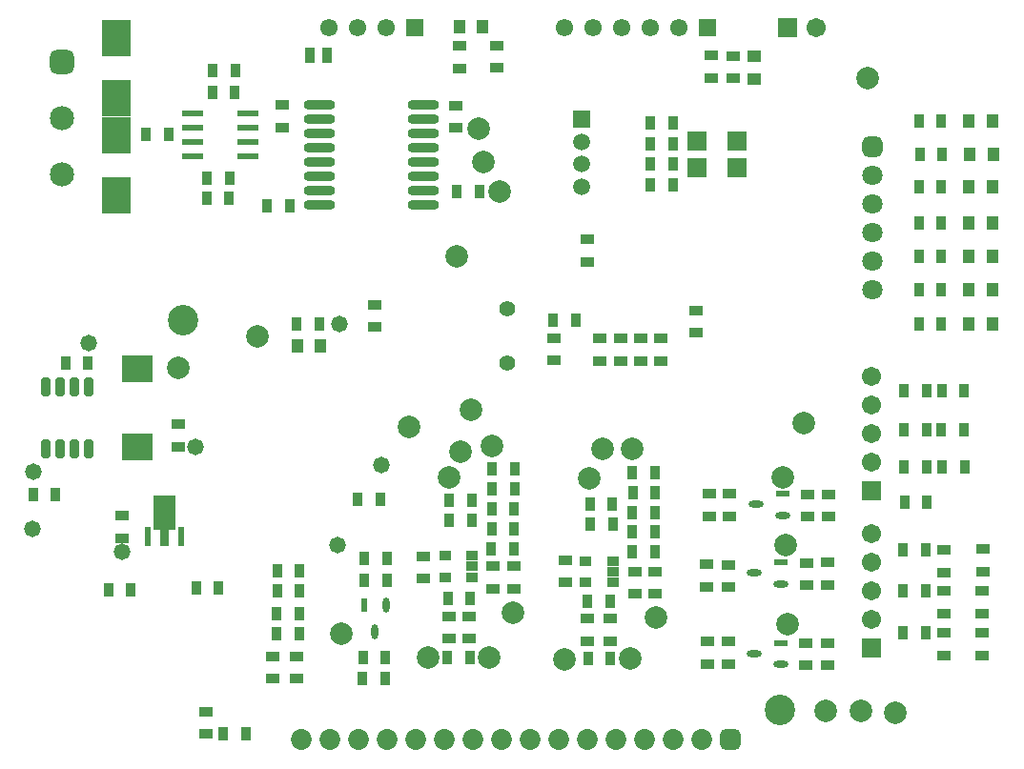
<source format=gbr>
%TF.GenerationSoftware,Altium Limited,Altium Designer,24.7.2 (38)*%
G04 Layer_Color=16711935*
%FSLAX45Y45*%
%MOMM*%
%TF.SameCoordinates,313A2AA4-CFAA-4B56-AAC7-ADE98D6BBF51*%
%TF.FilePolarity,Negative*%
%TF.FileFunction,Soldermask,Bot*%
%TF.Part,Single*%
G01*
G75*
%TA.AperFunction,ComponentPad*%
%ADD33R,1.55000X1.55000*%
%ADD34C,1.55000*%
%TA.AperFunction,SMDPad,CuDef*%
%ADD45R,0.58000X1.73000*%
%ADD46C,1.73970*%
%ADD47R,1.10000X1.20000*%
%ADD49R,1.20000X1.10000*%
%ADD50R,1.30822X0.61583*%
G04:AMPARAMS|DCode=51|XSize=1.30822mm|YSize=0.61583mm|CornerRadius=0.30791mm|HoleSize=0mm|Usage=FLASHONLY|Rotation=180.000|XOffset=0mm|YOffset=0mm|HoleType=Round|Shape=RoundedRectangle|*
%AMROUNDEDRECTD51*
21,1,1.30822,0.00000,0,0,180.0*
21,1,0.69239,0.61583,0,0,180.0*
1,1,0.61583,-0.34620,0.00000*
1,1,0.61583,0.34620,0.00000*
1,1,0.61583,0.34620,0.00000*
1,1,0.61583,-0.34620,0.00000*
%
%ADD51ROUNDEDRECTD51*%
%ADD52R,0.61583X1.30822*%
G04:AMPARAMS|DCode=53|XSize=1.30822mm|YSize=0.61583mm|CornerRadius=0.30791mm|HoleSize=0mm|Usage=FLASHONLY|Rotation=270.000|XOffset=0mm|YOffset=0mm|HoleType=Round|Shape=RoundedRectangle|*
%AMROUNDEDRECTD53*
21,1,1.30822,0.00000,0,0,270.0*
21,1,0.69239,0.61583,0,0,270.0*
1,1,0.61583,0.00000,-0.34620*
1,1,0.61583,0.00000,0.34620*
1,1,0.61583,0.00000,0.34620*
1,1,0.61583,0.00000,-0.34620*
%
%ADD53ROUNDEDRECTD53*%
%ADD56R,1.98000X0.53000*%
%ADD57R,0.95000X1.35000*%
%TA.AperFunction,ComponentPad*%
%ADD75C,1.80320*%
G04:AMPARAMS|DCode=76|XSize=1.8032mm|YSize=1.8032mm|CornerRadius=0.5016mm|HoleSize=0mm|Usage=FLASHONLY|Rotation=270.000|XOffset=0mm|YOffset=0mm|HoleType=Round|Shape=RoundedRectangle|*
%AMROUNDEDRECTD76*
21,1,1.80320,0.80000,0,0,270.0*
21,1,0.80000,1.80320,0,0,270.0*
1,1,1.00320,-0.40000,-0.40000*
1,1,1.00320,-0.40000,0.40000*
1,1,1.00320,0.40000,0.40000*
1,1,1.00320,0.40000,-0.40000*
%
%ADD76ROUNDEDRECTD76*%
%ADD77C,2.00320*%
%ADD78C,2.70320*%
%ADD79C,1.40320*%
%ADD80C,1.70320*%
%ADD81R,1.70320X1.70320*%
%ADD82C,1.50320*%
%ADD83R,1.50320X1.50320*%
%ADD84C,2.15320*%
G04:AMPARAMS|DCode=85|XSize=2.1532mm|YSize=2.1532mm|CornerRadius=0.5891mm|HoleSize=0mm|Usage=FLASHONLY|Rotation=270.000|XOffset=0mm|YOffset=0mm|HoleType=Round|Shape=RoundedRectangle|*
%AMROUNDEDRECTD85*
21,1,2.15320,0.97500,0,0,270.0*
21,1,0.97500,2.15320,0,0,270.0*
1,1,1.17820,-0.48750,-0.48750*
1,1,1.17820,-0.48750,0.48750*
1,1,1.17820,0.48750,0.48750*
1,1,1.17820,0.48750,-0.48750*
%
%ADD85ROUNDEDRECTD85*%
%ADD86R,1.70320X1.70320*%
%ADD87C,1.85320*%
G04:AMPARAMS|DCode=88|XSize=1.8532mm|YSize=1.8532mm|CornerRadius=0.5141mm|HoleSize=0mm|Usage=FLASHONLY|Rotation=0.000|XOffset=0mm|YOffset=0mm|HoleType=Round|Shape=RoundedRectangle|*
%AMROUNDEDRECTD88*
21,1,1.85320,0.82500,0,0,0.0*
21,1,0.82500,1.85320,0,0,0.0*
1,1,1.02820,0.41250,-0.41250*
1,1,1.02820,-0.41250,-0.41250*
1,1,1.02820,-0.41250,0.41250*
1,1,1.02820,0.41250,0.41250*
%
%ADD88ROUNDEDRECTD88*%
%TA.AperFunction,ViaPad*%
%ADD89C,1.47320*%
%TA.AperFunction,SMDPad,CuDef*%
%ADD90R,0.83000X1.28000*%
%ADD91R,1.28000X0.83000*%
G04:AMPARAMS|DCode=92|XSize=0.8032mm|YSize=1.6532mm|CornerRadius=0.1526mm|HoleSize=0mm|Usage=FLASHONLY|Rotation=0.000|XOffset=0mm|YOffset=0mm|HoleType=Round|Shape=RoundedRectangle|*
%AMROUNDEDRECTD92*
21,1,0.80320,1.34800,0,0,0.0*
21,1,0.49800,1.65320,0,0,0.0*
1,1,0.30520,0.24900,-0.67400*
1,1,0.30520,-0.24900,-0.67400*
1,1,0.30520,-0.24900,0.67400*
1,1,0.30520,0.24900,0.67400*
%
%ADD92ROUNDEDRECTD92*%
%ADD93R,1.72720X1.72720*%
%ADD94R,1.10320X0.85320*%
%ADD95R,2.60320X3.20320*%
%ADD96O,2.80320X0.90320*%
%ADD97R,2.70320X2.40320*%
G36*
X1479150Y2090403D02*
X1420500D01*
Y1940403D01*
X1344500D01*
Y2090403D01*
X1285850D01*
Y2393403D01*
X1479150D01*
Y2090403D01*
D02*
G37*
D33*
X6203500Y6550000D02*
D03*
X3600000Y6552500D02*
D03*
D34*
X5949500Y6550000D02*
D03*
X5695500D02*
D03*
X5441500D02*
D03*
X5187500D02*
D03*
X4933500D02*
D03*
X3346000Y6552500D02*
D03*
X3092000D02*
D03*
X2838000D02*
D03*
D45*
X1532500Y2026903D02*
D03*
X1232500D02*
D03*
D46*
X1382500Y2205000D02*
D03*
D47*
X3997500Y6560000D02*
D03*
X4207500D02*
D03*
X8525000Y5717500D02*
D03*
X8735000D02*
D03*
X8522500Y5140000D02*
D03*
X8732500D02*
D03*
X8532500Y5422500D02*
D03*
X8742500D02*
D03*
X8525000Y4817500D02*
D03*
X8735000D02*
D03*
X8525000Y4517500D02*
D03*
X8735000D02*
D03*
Y4217500D02*
D03*
X8525000D02*
D03*
X8735000Y3917500D02*
D03*
X8525000D02*
D03*
X2557500Y3722500D02*
D03*
X2767500D02*
D03*
D49*
X6615016Y6090000D02*
D03*
Y6300000D02*
D03*
D50*
X6854999Y1799083D02*
D03*
X6850000Y1083291D02*
D03*
X6867500Y2407500D02*
D03*
D51*
X6854999Y1609083D02*
D03*
X6620000Y1704083D02*
D03*
X6850000Y893291D02*
D03*
X6615000Y988291D02*
D03*
X6867500Y2217500D02*
D03*
X6632500Y2312500D02*
D03*
D52*
X3155000Y1417500D02*
D03*
D53*
X3345000D02*
D03*
X3250000Y1182500D02*
D03*
D56*
X1631000Y5404500D02*
D03*
Y5531500D02*
D03*
Y5658500D02*
D03*
Y5785500D02*
D03*
X2124000D02*
D03*
Y5658500D02*
D03*
Y5531500D02*
D03*
Y5404500D02*
D03*
D57*
X2672500Y6305000D02*
D03*
X2822500D02*
D03*
D75*
X7667500Y4731000D02*
D03*
Y5239000D02*
D03*
Y4985000D02*
D03*
Y4477000D02*
D03*
Y4223000D02*
D03*
D76*
Y5493000D02*
D03*
D77*
X4289984Y2835000D02*
D03*
X3555000Y3005000D02*
D03*
X7060000Y3035000D02*
D03*
X6867500Y2552500D02*
D03*
X7622500Y6100000D02*
D03*
X2205000Y3807500D02*
D03*
X6912500Y1247500D02*
D03*
X2955000Y1162500D02*
D03*
X7562500Y477500D02*
D03*
X4100000Y3152500D02*
D03*
X7250000Y477500D02*
D03*
X6897500Y1955000D02*
D03*
X1502500Y3530000D02*
D03*
X5742500Y1312492D02*
D03*
X5533750Y2803750D02*
D03*
X5267500Y2805000D02*
D03*
X5512500Y947500D02*
D03*
X5155000Y2545000D02*
D03*
X4932233Y936234D02*
D03*
X4260000Y952500D02*
D03*
X4478726Y1350000D02*
D03*
X3722500Y957500D02*
D03*
X4009984Y2781656D02*
D03*
X3909984Y2550000D02*
D03*
X3975000Y4517500D02*
D03*
X4167500Y5652500D02*
D03*
X4215000Y5352500D02*
D03*
X4357500Y5090000D02*
D03*
X7872500Y465000D02*
D03*
D78*
X1545000Y3952500D02*
D03*
X6847500Y490000D02*
D03*
D79*
X4427500Y3566000D02*
D03*
Y4054000D02*
D03*
D80*
X7167000Y6550000D02*
D03*
X7655000Y3448000D02*
D03*
Y3194000D02*
D03*
Y2686000D02*
D03*
Y2940000D02*
D03*
Y2058000D02*
D03*
Y1804000D02*
D03*
Y1296000D02*
D03*
Y1550000D02*
D03*
D81*
X6913000Y6550000D02*
D03*
D82*
X5082496Y5135000D02*
D03*
Y5335000D02*
D03*
Y5535000D02*
D03*
D83*
Y5735000D02*
D03*
D84*
X467498Y5242552D02*
D03*
Y5742551D02*
D03*
D85*
Y6242550D02*
D03*
D86*
X7655000Y2432000D02*
D03*
Y1042000D02*
D03*
D87*
X5135000Y227000D02*
D03*
X5389000D02*
D03*
X5643000D02*
D03*
X6151000D02*
D03*
X5897000D02*
D03*
X4881000D02*
D03*
X4627000D02*
D03*
X4373000D02*
D03*
X4119000D02*
D03*
X3865000D02*
D03*
X3611000D02*
D03*
X3357000D02*
D03*
X3103000D02*
D03*
X2849000D02*
D03*
X2595000D02*
D03*
D88*
X6405000D02*
D03*
D89*
X707500Y3747500D02*
D03*
X2930000Y3912500D02*
D03*
X2917500Y1955000D02*
D03*
X1002500Y1892500D02*
D03*
X1657500Y2827500D02*
D03*
X212500Y2602500D02*
D03*
X210000Y2092500D02*
D03*
X3302500Y2667500D02*
D03*
D90*
X3295000Y2359984D02*
D03*
X3095000D02*
D03*
X1082500Y1552484D02*
D03*
X882500D02*
D03*
X5030000Y3949984D02*
D03*
X4830000D02*
D03*
X1860000Y1569984D02*
D03*
X1660000D02*
D03*
X8140000Y1549983D02*
D03*
X7940000D02*
D03*
X8140000Y1169983D02*
D03*
X7940000D02*
D03*
X5895300Y5700917D02*
D03*
X5695300D02*
D03*
X5895300Y5153417D02*
D03*
X5695300D02*
D03*
X2580000Y1722416D02*
D03*
X2380000D02*
D03*
X2577500Y1344916D02*
D03*
X2377500D02*
D03*
X2575000Y1167416D02*
D03*
X2375000D02*
D03*
X3342500Y957516D02*
D03*
X3142500D02*
D03*
X3140000Y769984D02*
D03*
X3340000D02*
D03*
X3355000Y1640016D02*
D03*
X3155000D02*
D03*
X3357500Y1830016D02*
D03*
X3157500D02*
D03*
X8280000Y5717516D02*
D03*
X8080000D02*
D03*
X8277500Y5140016D02*
D03*
X8077500D02*
D03*
X8287500Y5422516D02*
D03*
X8087500D02*
D03*
X8280000Y4817516D02*
D03*
X8080000D02*
D03*
X8280000Y4517516D02*
D03*
X8080000D02*
D03*
X8280000Y4217516D02*
D03*
X8080000D02*
D03*
X8280000Y3917516D02*
D03*
X8080000D02*
D03*
X3909984Y2350000D02*
D03*
X4109984D02*
D03*
X3907484Y2174984D02*
D03*
X4107484D02*
D03*
X4489984Y2630017D02*
D03*
X4289984D02*
D03*
Y2452484D02*
D03*
X4489984D02*
D03*
X5157500Y2319983D02*
D03*
X5357500D02*
D03*
X5160000Y2134984D02*
D03*
X5360000D02*
D03*
X5735000Y2595000D02*
D03*
X5535000D02*
D03*
X5537500Y2417483D02*
D03*
X5737500D02*
D03*
X4482484Y1922500D02*
D03*
X4282484D02*
D03*
X4284984Y2099984D02*
D03*
X4484984D02*
D03*
X4287484Y2274984D02*
D03*
X4487484D02*
D03*
X5532500Y2069984D02*
D03*
X5732500D02*
D03*
X5532500Y2237483D02*
D03*
X5732500D02*
D03*
Y1892516D02*
D03*
X5532500D02*
D03*
X5135000Y1454984D02*
D03*
X5335001D02*
D03*
X5140000Y947484D02*
D03*
X5340000D02*
D03*
X3889984Y954984D02*
D03*
X4089984D02*
D03*
X3894984Y1482484D02*
D03*
X4094984D02*
D03*
X2552500Y3912484D02*
D03*
X2752500D02*
D03*
X1900000Y277484D02*
D03*
X2100000D02*
D03*
X5897800Y5338417D02*
D03*
X5697800D02*
D03*
X5895300Y5520917D02*
D03*
X5695300D02*
D03*
X8287500Y2647484D02*
D03*
X8487500D02*
D03*
X8280000Y2977484D02*
D03*
X8480000D02*
D03*
X8282500Y3319984D02*
D03*
X8482500D02*
D03*
X8152500Y2330016D02*
D03*
X7952500D02*
D03*
X7937500Y1907483D02*
D03*
X8137500D02*
D03*
X2580000Y1544900D02*
D03*
X2380000D02*
D03*
X7950000Y2650000D02*
D03*
X8150000D02*
D03*
X7947500Y2974811D02*
D03*
X8147500D02*
D03*
X7950000Y3319984D02*
D03*
X8150000D02*
D03*
X4177500Y5092516D02*
D03*
X3977500D02*
D03*
X1755000Y5032484D02*
D03*
X1955000D02*
D03*
X1807500Y6169984D02*
D03*
X2007500D02*
D03*
X1805000Y5977500D02*
D03*
X2005000D02*
D03*
X2490000Y4965016D02*
D03*
X2290000D02*
D03*
X1757500Y5209984D02*
D03*
X1957500D02*
D03*
X1217500Y5599984D02*
D03*
X1417500D02*
D03*
X415000Y2397516D02*
D03*
X215000D02*
D03*
X502500Y3572484D02*
D03*
X702500D02*
D03*
D91*
X7270016Y1799083D02*
D03*
Y1599083D02*
D03*
X6197483Y1581583D02*
D03*
Y1781583D02*
D03*
X3250016Y4090000D02*
D03*
Y3890000D02*
D03*
X5607516Y3787500D02*
D03*
Y3587500D02*
D03*
X5785016Y3787500D02*
D03*
Y3587500D02*
D03*
X5247516Y3787500D02*
D03*
Y3587500D02*
D03*
X5430016Y3787500D02*
D03*
Y3587500D02*
D03*
X4834984Y3592500D02*
D03*
Y3792500D02*
D03*
X1747516Y472500D02*
D03*
Y272500D02*
D03*
X6097516Y4037500D02*
D03*
Y3837500D02*
D03*
X8302516Y1545000D02*
D03*
Y1345000D02*
D03*
X8642516Y1542500D02*
D03*
Y1342500D02*
D03*
Y1172500D02*
D03*
Y972500D02*
D03*
X8645016Y1915000D02*
D03*
Y1715000D02*
D03*
X6427500Y6300000D02*
D03*
Y6100000D02*
D03*
X6235032Y6102500D02*
D03*
Y6302500D02*
D03*
X5132484Y4670000D02*
D03*
Y4470000D02*
D03*
X2552500Y764900D02*
D03*
Y964900D02*
D03*
X2340016Y764900D02*
D03*
Y964900D02*
D03*
X7077516Y883291D02*
D03*
Y1083291D02*
D03*
X7265000Y883291D02*
D03*
Y1083291D02*
D03*
X6385016Y1576583D02*
D03*
Y1776583D02*
D03*
X6390016Y895791D02*
D03*
Y1095791D02*
D03*
X6204984D02*
D03*
Y895791D02*
D03*
X6395016Y2210000D02*
D03*
Y2410000D02*
D03*
X6214984D02*
D03*
Y2210000D02*
D03*
X7080016Y1594083D02*
D03*
Y1794083D02*
D03*
X7090016Y2202500D02*
D03*
Y2402500D02*
D03*
X7275016Y2203291D02*
D03*
Y2403291D02*
D03*
X3682500Y1655000D02*
D03*
Y1855000D02*
D03*
X4479968Y1762500D02*
D03*
Y1562500D02*
D03*
X4299968Y1765000D02*
D03*
Y1565000D02*
D03*
X4940017Y1620000D02*
D03*
Y1820000D02*
D03*
X5554984Y1717499D02*
D03*
Y1517499D02*
D03*
X5739984Y1717499D02*
D03*
Y1517499D02*
D03*
X5137517Y1100000D02*
D03*
Y1300000D02*
D03*
X5337500Y1100000D02*
D03*
Y1300000D02*
D03*
X3905000Y1120000D02*
D03*
Y1320000D02*
D03*
X4082500Y1120000D02*
D03*
Y1320000D02*
D03*
X8305016Y1707500D02*
D03*
Y1907500D02*
D03*
X8302516Y970000D02*
D03*
Y1170000D02*
D03*
X3997484Y6385000D02*
D03*
Y6185000D02*
D03*
X4327484Y6392500D02*
D03*
Y6192500D02*
D03*
X2427516Y5665000D02*
D03*
Y5865000D02*
D03*
X3970016Y5657500D02*
D03*
Y5857500D02*
D03*
X1002484Y2215000D02*
D03*
Y2015000D02*
D03*
X1502484Y3025000D02*
D03*
Y2825000D02*
D03*
D92*
X322000Y3355000D02*
D03*
X449000D02*
D03*
X576000D02*
D03*
X703000D02*
D03*
X322000Y2810000D02*
D03*
X449000D02*
D03*
X576000D02*
D03*
X703000D02*
D03*
D93*
X6107200Y5545000D02*
D03*
X6462800D02*
D03*
X6107200Y5305000D02*
D03*
X6462800D02*
D03*
D94*
X4109984Y1857500D02*
D03*
Y1762500D02*
D03*
Y1667500D02*
D03*
X3869984D02*
D03*
Y1857500D02*
D03*
X5360000Y1812500D02*
D03*
Y1717500D02*
D03*
Y1622500D02*
D03*
X5120000D02*
D03*
Y1812500D02*
D03*
D95*
X955000Y6460300D02*
D03*
Y5926900D02*
D03*
Y5059700D02*
D03*
Y5593100D02*
D03*
D96*
X2757500Y4975500D02*
D03*
Y5102500D02*
D03*
Y5229500D02*
D03*
Y5356500D02*
D03*
Y5483500D02*
D03*
Y5610500D02*
D03*
Y5737500D02*
D03*
Y5864500D02*
D03*
X3682500Y4975500D02*
D03*
Y5102500D02*
D03*
Y5229500D02*
D03*
Y5356500D02*
D03*
Y5483500D02*
D03*
Y5610500D02*
D03*
Y5737500D02*
D03*
Y5864500D02*
D03*
D97*
X1140000Y2825000D02*
D03*
Y3515000D02*
D03*
%TF.MD5,aacfb70875b926f4dbc6a6c17a9b4ae1*%
M02*

</source>
